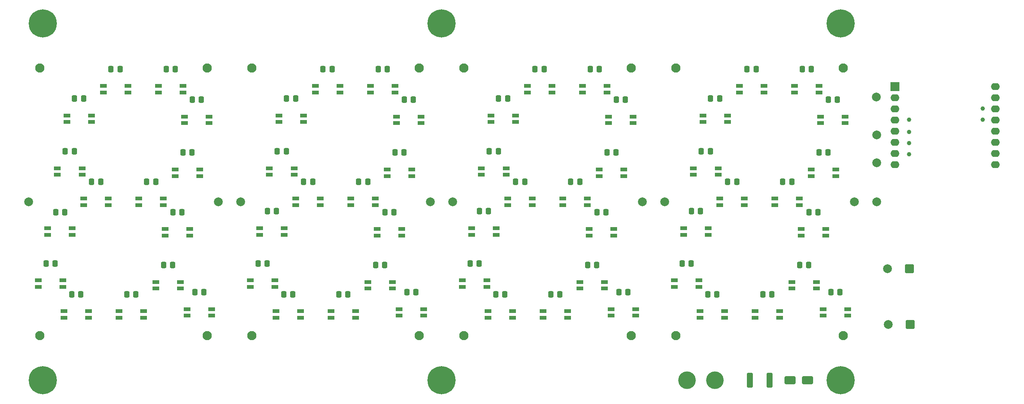
<source format=gbr>
%TF.GenerationSoftware,KiCad,Pcbnew,9.0.4*%
%TF.CreationDate,2025-08-31T21:09:01+02:00*%
%TF.ProjectId,n-teller-xl-diy,6e2d7465-6c6c-4657-922d-786c2d646979,1.0*%
%TF.SameCoordinates,Original*%
%TF.FileFunction,Soldermask,Bot*%
%TF.FilePolarity,Negative*%
%FSLAX46Y46*%
G04 Gerber Fmt 4.6, Leading zero omitted, Abs format (unit mm)*
G04 Created by KiCad (PCBNEW 9.0.4) date 2025-08-31 21:09:01*
%MOMM*%
%LPD*%
G01*
G04 APERTURE LIST*
G04 Aperture macros list*
%AMRoundRect*
0 Rectangle with rounded corners*
0 $1 Rounding radius*
0 $2 $3 $4 $5 $6 $7 $8 $9 X,Y pos of 4 corners*
0 Add a 4 corners polygon primitive as box body*
4,1,4,$2,$3,$4,$5,$6,$7,$8,$9,$2,$3,0*
0 Add four circle primitives for the rounded corners*
1,1,$1+$1,$2,$3*
1,1,$1+$1,$4,$5*
1,1,$1+$1,$6,$7*
1,1,$1+$1,$8,$9*
0 Add four rect primitives between the rounded corners*
20,1,$1+$1,$2,$3,$4,$5,0*
20,1,$1+$1,$4,$5,$6,$7,0*
20,1,$1+$1,$6,$7,$8,$9,0*
20,1,$1+$1,$8,$9,$2,$3,0*%
G04 Aperture macros list end*
%ADD10C,2.100000*%
%ADD11RoundRect,0.250000X0.750000X0.750000X-0.750000X0.750000X-0.750000X-0.750000X0.750000X-0.750000X0*%
%ADD12C,2.000000*%
%ADD13C,0.800000*%
%ADD14C,6.400000*%
%ADD15R,2.000000X2.000000*%
%ADD16O,2.000000X1.600000*%
%ADD17RoundRect,0.250000X-0.337500X-0.475000X0.337500X-0.475000X0.337500X0.475000X-0.337500X0.475000X0*%
%ADD18R,1.600000X0.820000*%
%ADD19C,4.000000*%
%ADD20C,1.000000*%
%ADD21RoundRect,0.250000X-1.000000X-0.650000X1.000000X-0.650000X1.000000X0.650000X-1.000000X0.650000X0*%
%ADD22RoundRect,0.250000X-0.400000X-1.450000X0.400000X-1.450000X0.400000X1.450000X-0.400000X1.450000X0*%
G04 APERTURE END LIST*
D10*
%TO.C,M4*%
X-91440000Y30480000D03*
X-91440000Y-30480000D03*
X-53340000Y30480000D03*
X-53340000Y-30480000D03*
%TD*%
D11*
%TO.C,C1*%
X106507677Y-15240000D03*
D12*
X101507677Y-15240000D03*
%TD*%
D13*
%TO.C,H5*%
X-2400000Y-40640000D03*
X-1697056Y-38942944D03*
X-1697056Y-42337056D03*
X0Y-38240000D03*
D14*
X0Y-40640000D03*
D13*
X0Y-43040000D03*
X1697056Y-38942944D03*
X1697056Y-42337056D03*
X2400000Y-40640000D03*
%TD*%
D15*
%TO.C,U1*%
X103144000Y26307687D03*
D16*
X103144000Y23767687D03*
X103144000Y21227687D03*
X103144000Y18687687D03*
X103144000Y16147687D03*
X103144000Y13607687D03*
X103144000Y11067687D03*
X103144000Y8527687D03*
X126004000Y8527687D03*
X126004000Y11067687D03*
X126004000Y13607687D03*
X126004000Y16147687D03*
X126004000Y18687687D03*
X126004000Y21227687D03*
X126004000Y23767687D03*
X126004000Y26307687D03*
%TD*%
D10*
%TO.C,M2*%
X5080000Y30480000D03*
X5080000Y-30480000D03*
X43180000Y30480000D03*
X43180000Y-30480000D03*
%TD*%
D13*
%TO.C,H3*%
X-93205000Y40640000D03*
X-92502056Y42337056D03*
X-92502056Y38942944D03*
X-90805000Y43040000D03*
D14*
X-90805000Y40640000D03*
D13*
X-90805000Y38240000D03*
X-89107944Y42337056D03*
X-89107944Y38942944D03*
X-88405000Y40640000D03*
%TD*%
D10*
%TO.C,M1*%
X53340000Y30480000D03*
X53340000Y-30480000D03*
X91440000Y30480000D03*
X91440000Y-30480000D03*
%TD*%
D11*
%TO.C,C2*%
X106680000Y-27940000D03*
D12*
X101680000Y-27940000D03*
%TD*%
D13*
%TO.C,H1*%
X88405000Y-40640000D03*
X89107944Y-38942944D03*
X89107944Y-42337056D03*
X90805000Y-38240000D03*
D14*
X90805000Y-40640000D03*
D13*
X90805000Y-43040000D03*
X92502056Y-38942944D03*
X92502056Y-42337056D03*
X93205000Y-40640000D03*
%TD*%
D10*
%TO.C,M3*%
X-43180000Y30480000D03*
X-43180000Y-30480000D03*
X-5080000Y30480000D03*
X-5080000Y-30480000D03*
%TD*%
D13*
%TO.C,H2*%
X-93205000Y-40640000D03*
X-92502056Y-38942944D03*
X-92502056Y-42337056D03*
X-90805000Y-38240000D03*
D14*
X-90805000Y-40640000D03*
D13*
X-90805000Y-43040000D03*
X-89107944Y-38942944D03*
X-89107944Y-42337056D03*
X-88405000Y-40640000D03*
%TD*%
%TO.C,H6*%
X-2400000Y40640000D03*
X-1697056Y42337056D03*
X-1697056Y38942944D03*
X0Y43040000D03*
D14*
X0Y40640000D03*
D13*
X0Y38240000D03*
X1697056Y42337056D03*
X1697056Y38942944D03*
X2400000Y40640000D03*
%TD*%
D12*
%TO.C,TP1*%
X99060000Y8890000D03*
%TD*%
D17*
%TO.C,C15*%
X69512500Y30250000D03*
X71587500Y30250000D03*
%TD*%
%TO.C,C59*%
X-79697500Y4600000D03*
X-77622500Y4600000D03*
%TD*%
%TO.C,C44*%
X-14447500Y30250000D03*
X-12372500Y30250000D03*
%TD*%
D18*
%TO.C,D2DP1*%
X38570000Y-24410000D03*
X38570000Y-25910000D03*
X44170000Y-25910000D03*
X44170000Y-24410000D03*
%TD*%
D12*
%TO.C,TP20*%
X99060000Y0D03*
%TD*%
D17*
%TO.C,C5*%
X77622500Y4600000D03*
X79697500Y4600000D03*
%TD*%
%TO.C,C14*%
X73102500Y-21050000D03*
X75177500Y-21050000D03*
%TD*%
%TO.C,C52*%
X-85687500Y11530000D03*
X-83612500Y11530000D03*
%TD*%
D18*
%TO.C,D1E2*%
X52980000Y-17850000D03*
X52980000Y-19350000D03*
X58580000Y-19350000D03*
X58580000Y-17850000D03*
%TD*%
%TO.C,D1E1*%
X55070000Y-5970000D03*
X55070000Y-7470000D03*
X60670000Y-7470000D03*
X60670000Y-5970000D03*
%TD*%
%TO.C,D3C2*%
X-16790000Y-18230000D03*
X-16790000Y-19730000D03*
X-11190000Y-19730000D03*
X-11190000Y-18230000D03*
%TD*%
%TO.C,D3C1*%
X-14670000Y-6190000D03*
X-14670000Y-7690000D03*
X-9070000Y-7690000D03*
X-9070000Y-6190000D03*
%TD*%
D17*
%TO.C,C27*%
X29362500Y4600000D03*
X31437500Y4600000D03*
%TD*%
%TO.C,C29*%
X10832500Y11530000D03*
X12907500Y11530000D03*
%TD*%
D18*
%TO.C,D3B2*%
X-12410000Y7400000D03*
X-12410000Y5900000D03*
X-6810000Y5900000D03*
X-6810000Y7400000D03*
%TD*%
D17*
%TO.C,C62*%
X-84227500Y-21050000D03*
X-82152500Y-21050000D03*
%TD*%
%TO.C,C45*%
X-10647500Y11250000D03*
X-8572500Y11250000D03*
%TD*%
D19*
%TO.C,TP3*%
X62230000Y-40640000D03*
%TD*%
D18*
%TO.C,D4G1*%
X-81460000Y750000D03*
X-81460000Y-750000D03*
X-75860000Y-750000D03*
X-75860000Y750000D03*
%TD*%
D20*
%TO.C,TP6*%
X106375000Y18754937D03*
%TD*%
D17*
%TO.C,C60*%
X-87847500Y-2307350D03*
X-85772500Y-2307350D03*
%TD*%
%TO.C,C55*%
X-67157500Y4600000D03*
X-65082500Y4600000D03*
%TD*%
D12*
%TO.C,TP8*%
X99060000Y15240000D03*
%TD*%
D17*
%TO.C,C11*%
X85872500Y11250000D03*
X87947500Y11250000D03*
%TD*%
D18*
%TO.C,D3F1*%
X-37070000Y19700000D03*
X-37070000Y18200000D03*
X-31470000Y18200000D03*
X-31470000Y19700000D03*
%TD*%
%TO.C,D4F1*%
X-85330000Y19700000D03*
X-85330000Y18200000D03*
X-79730000Y18200000D03*
X-79730000Y19700000D03*
%TD*%
D17*
%TO.C,C48*%
X-18897500Y4600000D03*
X-16822500Y4600000D03*
%TD*%
D18*
%TO.C,D2D1*%
X10530000Y-24900000D03*
X10530000Y-26400000D03*
X16130000Y-26400000D03*
X16130000Y-24900000D03*
%TD*%
D17*
%TO.C,C49*%
X-58907500Y11250000D03*
X-56832500Y11250000D03*
%TD*%
%TO.C,C50*%
X-56797500Y23290000D03*
X-54722500Y23290000D03*
%TD*%
D12*
%TO.C,TP17*%
X50800000Y0D03*
%TD*%
D21*
%TO.C,D6*%
X79280000Y-40640000D03*
X83280000Y-40640000D03*
%TD*%
D18*
%TO.C,D4A2*%
X-64470000Y26400000D03*
X-64470000Y24900000D03*
X-58870000Y24900000D03*
X-58870000Y26400000D03*
%TD*%
%TO.C,D1A2*%
X80310000Y26400000D03*
X80310000Y24900000D03*
X85910000Y24900000D03*
X85910000Y26400000D03*
%TD*%
%TO.C,D4B1*%
X-58560000Y19440000D03*
X-58560000Y17940000D03*
X-52960000Y17940000D03*
X-52960000Y19440000D03*
%TD*%
D17*
%TO.C,C4*%
X87982500Y23290000D03*
X90057500Y23290000D03*
%TD*%
D18*
%TO.C,D2B1*%
X37960000Y19440000D03*
X37960000Y17940000D03*
X43560000Y17940000D03*
X43560000Y19440000D03*
%TD*%
%TO.C,D3A1*%
X-28770000Y26400000D03*
X-28770000Y24900000D03*
X-23170000Y24900000D03*
X-23170000Y26400000D03*
%TD*%
D17*
%TO.C,C6*%
X65082500Y4600000D03*
X67157500Y4600000D03*
%TD*%
D18*
%TO.C,D3A2*%
X-16210000Y26400000D03*
X-16210000Y24900000D03*
X-10610000Y24900000D03*
X-10610000Y26400000D03*
%TD*%
D17*
%TO.C,C37*%
X-37427500Y11530000D03*
X-35352500Y11530000D03*
%TD*%
%TO.C,C63*%
X-90037500Y-14000000D03*
X-87962500Y-14000000D03*
%TD*%
D18*
%TO.C,D2C2*%
X31470000Y-18230000D03*
X31470000Y-19730000D03*
X37070000Y-19730000D03*
X37070000Y-18230000D03*
%TD*%
D17*
%TO.C,C25*%
X12292500Y-21050000D03*
X14367500Y-21050000D03*
%TD*%
D18*
%TO.C,D3E2*%
X-43540000Y-17850000D03*
X-43540000Y-19350000D03*
X-37940000Y-19350000D03*
X-37940000Y-17850000D03*
%TD*%
%TO.C,D2G2*%
X27600000Y750000D03*
X27600000Y-750000D03*
X33200000Y-750000D03*
X33200000Y750000D03*
%TD*%
D17*
%TO.C,C54*%
X-75267500Y30250000D03*
X-73192500Y30250000D03*
%TD*%
D12*
%TO.C,TP14*%
X45720000Y0D03*
%TD*%
D18*
%TO.C,D4D1*%
X-85990000Y-24900000D03*
X-85990000Y-26400000D03*
X-80390000Y-26400000D03*
X-80390000Y-24900000D03*
%TD*%
D17*
%TO.C,C9*%
X61212500Y23550000D03*
X63287500Y23550000D03*
%TD*%
%TO.C,C51*%
X-62707500Y30250000D03*
X-60632500Y30250000D03*
%TD*%
D18*
%TO.C,D3D2*%
X-25180000Y-24900000D03*
X-25180000Y-26400000D03*
X-19580000Y-26400000D03*
X-19580000Y-24900000D03*
%TD*%
%TO.C,D3D1*%
X-37730000Y-24900000D03*
X-37730000Y-26400000D03*
X-32130000Y-26400000D03*
X-32130000Y-24900000D03*
%TD*%
D17*
%TO.C,C16*%
X54742500Y-14000000D03*
X56817500Y-14000000D03*
%TD*%
%TO.C,C7*%
X88592500Y-20560000D03*
X90667500Y-20560000D03*
%TD*%
D18*
%TO.C,D1C2*%
X79730000Y-18230000D03*
X79730000Y-19730000D03*
X85330000Y-19730000D03*
X85330000Y-18230000D03*
%TD*%
%TO.C,D1C1*%
X81850000Y-6190000D03*
X81850000Y-7690000D03*
X87450000Y-7690000D03*
X87450000Y-6190000D03*
%TD*%
D20*
%TO.C,TP11*%
X106377000Y10882937D03*
%TD*%
D18*
%TO.C,D2A2*%
X32050000Y26400000D03*
X32050000Y24900000D03*
X37650000Y24900000D03*
X37650000Y26400000D03*
%TD*%
%TO.C,D4E2*%
X-91800000Y-17850000D03*
X-91800000Y-19350000D03*
X-86200000Y-19350000D03*
X-86200000Y-17850000D03*
%TD*%
D17*
%TO.C,C26*%
X40332500Y-20560000D03*
X42407500Y-20560000D03*
%TD*%
D18*
%TO.C,D4C1*%
X-62930000Y-6190000D03*
X-62930000Y-7690000D03*
X-57330000Y-7690000D03*
X-57330000Y-6190000D03*
%TD*%
D17*
%TO.C,C38*%
X-27007500Y30250000D03*
X-24932500Y30250000D03*
%TD*%
%TO.C,C22*%
X16822500Y4600000D03*
X18897500Y4600000D03*
%TD*%
D18*
%TO.C,D4G2*%
X-68920000Y750000D03*
X-68920000Y-750000D03*
X-63320000Y-750000D03*
X-63320000Y750000D03*
%TD*%
%TO.C,D1B2*%
X84110000Y7400000D03*
X84110000Y5900000D03*
X89710000Y5900000D03*
X89710000Y7400000D03*
%TD*%
%TO.C,D4B2*%
X-60670000Y7400000D03*
X-60670000Y5900000D03*
X-55070000Y5900000D03*
X-55070000Y7400000D03*
%TD*%
%TO.C,D2E2*%
X4720000Y-17850000D03*
X4720000Y-19350000D03*
X10320000Y-19350000D03*
X10320000Y-17850000D03*
%TD*%
D17*
%TO.C,C42*%
X-31437500Y4600000D03*
X-29362500Y4600000D03*
%TD*%
D22*
%TO.C,F1*%
X70165000Y-40640000D03*
X74615000Y-40640000D03*
%TD*%
D18*
%TO.C,D3F2*%
X-39190000Y7680000D03*
X-39190000Y6180000D03*
X-33590000Y6180000D03*
X-33590000Y7680000D03*
%TD*%
%TO.C,D4E1*%
X-89710000Y-5970000D03*
X-89710000Y-7470000D03*
X-84110000Y-7470000D03*
X-84110000Y-5970000D03*
%TD*%
D12*
%TO.C,TP18*%
X2540000Y0D03*
%TD*%
D17*
%TO.C,C31*%
X24842500Y-21050000D03*
X26917500Y-21050000D03*
%TD*%
%TO.C,C46*%
X-7927500Y-20560000D03*
X-5852500Y-20560000D03*
%TD*%
D18*
%TO.C,D3DP1*%
X-9690000Y-24410000D03*
X-9690000Y-25910000D03*
X-4090000Y-25910000D03*
X-4090000Y-24410000D03*
%TD*%
D17*
%TO.C,C53*%
X-83567500Y23550000D03*
X-81492500Y23550000D03*
%TD*%
%TO.C,C57*%
X-63287500Y-14380000D03*
X-61212500Y-14380000D03*
%TD*%
%TO.C,C61*%
X-56187500Y-20560000D03*
X-54112500Y-20560000D03*
%TD*%
%TO.C,C32*%
X33232500Y-14380000D03*
X35307500Y-14380000D03*
%TD*%
D18*
%TO.C,D4F2*%
X-87450000Y7680000D03*
X-87450000Y6180000D03*
X-81850000Y6180000D03*
X-81850000Y7680000D03*
%TD*%
%TO.C,D2F1*%
X11190000Y19700000D03*
X11190000Y18200000D03*
X16790000Y18200000D03*
X16790000Y19700000D03*
%TD*%
D20*
%TO.C,TP7*%
X106375000Y15962937D03*
%TD*%
D18*
%TO.C,D4A1*%
X-77030000Y26400000D03*
X-77030000Y24900000D03*
X-71430000Y24900000D03*
X-71430000Y26400000D03*
%TD*%
D17*
%TO.C,C33*%
X35352500Y-2340000D03*
X37427500Y-2340000D03*
%TD*%
%TO.C,C58*%
X-71677500Y-21050000D03*
X-69602500Y-21050000D03*
%TD*%
D19*
%TO.C,TP10*%
X55880000Y-40640000D03*
%TD*%
D17*
%TO.C,C41*%
X-35967500Y-21050000D03*
X-33892500Y-21050000D03*
%TD*%
%TO.C,C12*%
X81492500Y-14380000D03*
X83567500Y-14380000D03*
%TD*%
D18*
%TO.C,D2B2*%
X35850000Y7400000D03*
X35850000Y5900000D03*
X41450000Y5900000D03*
X41450000Y7400000D03*
%TD*%
%TO.C,D1F2*%
X57330000Y7680000D03*
X57330000Y6180000D03*
X62930000Y6180000D03*
X62930000Y7680000D03*
%TD*%
D12*
%TO.C,TP12*%
X-93980000Y0D03*
%TD*%
D18*
%TO.C,D1A1*%
X67750000Y26400000D03*
X67750000Y24900000D03*
X73350000Y24900000D03*
X73350000Y26400000D03*
%TD*%
D20*
%TO.C,TP4*%
X123137000Y21294937D03*
%TD*%
D17*
%TO.C,C23*%
X12952500Y23550000D03*
X15027500Y23550000D03*
%TD*%
D18*
%TO.C,D3E1*%
X-41450000Y-5970000D03*
X-41450000Y-7470000D03*
X-35850000Y-7470000D03*
X-35850000Y-5970000D03*
%TD*%
%TO.C,D3G1*%
X-33200000Y750000D03*
X-33200000Y-750000D03*
X-27600000Y-750000D03*
X-27600000Y750000D03*
%TD*%
%TO.C,D1D2*%
X71340000Y-24900000D03*
X71340000Y-26400000D03*
X76940000Y-26400000D03*
X76940000Y-24900000D03*
%TD*%
D12*
%TO.C,TP2*%
X98931000Y23868313D03*
%TD*%
D18*
%TO.C,D4C2*%
X-65050000Y-18230000D03*
X-65050000Y-19730000D03*
X-59450000Y-19730000D03*
X-59450000Y-18230000D03*
%TD*%
D17*
%TO.C,C8*%
X83612500Y-2340000D03*
X85687500Y-2340000D03*
%TD*%
D18*
%TO.C,D2F2*%
X9070000Y7680000D03*
X9070000Y6180000D03*
X14670000Y6180000D03*
X14670000Y7680000D03*
%TD*%
D17*
%TO.C,C34*%
X-23417500Y-21050000D03*
X-21342500Y-21050000D03*
%TD*%
D18*
%TO.C,D3B1*%
X-10300000Y19440000D03*
X-10300000Y17940000D03*
X-4700000Y17940000D03*
X-4700000Y19440000D03*
%TD*%
%TO.C,D2C1*%
X33590000Y-6190000D03*
X33590000Y-7690000D03*
X39190000Y-7690000D03*
X39190000Y-6190000D03*
%TD*%
D17*
%TO.C,C19*%
X8572500Y-2120000D03*
X10647500Y-2120000D03*
%TD*%
%TO.C,C21*%
X37612500Y11250000D03*
X39687500Y11250000D03*
%TD*%
D18*
%TO.C,D2G1*%
X15060000Y750000D03*
X15060000Y-750000D03*
X20660000Y-750000D03*
X20660000Y750000D03*
%TD*%
D17*
%TO.C,C43*%
X-35307500Y23550000D03*
X-33232500Y23550000D03*
%TD*%
D18*
%TO.C,D2E1*%
X6810000Y-5970000D03*
X6810000Y-7470000D03*
X12410000Y-7470000D03*
X12410000Y-5970000D03*
%TD*%
%TO.C,D1G2*%
X75860000Y750000D03*
X75860000Y-750000D03*
X81460000Y-750000D03*
X81460000Y750000D03*
%TD*%
%TO.C,D3G2*%
X-20660000Y750000D03*
X-20660000Y-750000D03*
X-15060000Y-750000D03*
X-15060000Y750000D03*
%TD*%
D20*
%TO.C,TP9*%
X106377000Y13420937D03*
%TD*%
D17*
%TO.C,C39*%
X-8537500Y23290000D03*
X-6462500Y23290000D03*
%TD*%
D18*
%TO.C,D2A1*%
X19490000Y26400000D03*
X19490000Y24900000D03*
X25090000Y24900000D03*
X25090000Y26400000D03*
%TD*%
D17*
%TO.C,C56*%
X-61167500Y-2340000D03*
X-59092500Y-2340000D03*
%TD*%
D12*
%TO.C,TP19*%
X-45720000Y0D03*
%TD*%
D17*
%TO.C,C24*%
X21252500Y30250000D03*
X23327500Y30250000D03*
%TD*%
%TO.C,C30*%
X33812500Y30250000D03*
X35887500Y30250000D03*
%TD*%
D18*
%TO.C,D4DP1*%
X-57950000Y-24410000D03*
X-57950000Y-25910000D03*
X-52350000Y-25910000D03*
X-52350000Y-24410000D03*
%TD*%
D17*
%TO.C,C20*%
X6482500Y-14000000D03*
X8557500Y-14000000D03*
%TD*%
D13*
%TO.C,H4*%
X88405000Y40640000D03*
X89107944Y42337056D03*
X89107944Y38942944D03*
X90805000Y43040000D03*
D14*
X90805000Y40640000D03*
D13*
X90805000Y38240000D03*
X92502056Y42337056D03*
X92502056Y38942944D03*
X93205000Y40640000D03*
%TD*%
D17*
%TO.C,C3*%
X59092500Y11530000D03*
X61167500Y11530000D03*
%TD*%
%TO.C,C40*%
X-15027500Y-14380000D03*
X-12952500Y-14380000D03*
%TD*%
D20*
%TO.C,TP5*%
X123137000Y18756937D03*
%TD*%
D18*
%TO.C,D4D2*%
X-73440000Y-24900000D03*
X-73440000Y-26400000D03*
X-67840000Y-26400000D03*
X-67840000Y-24900000D03*
%TD*%
D17*
%TO.C,C13*%
X82072500Y30250000D03*
X84147500Y30250000D03*
%TD*%
D18*
%TO.C,D1F1*%
X59450000Y19700000D03*
X59450000Y18200000D03*
X65050000Y18200000D03*
X65050000Y19700000D03*
%TD*%
%TO.C,D2D2*%
X23080000Y-24900000D03*
X23080000Y-26400000D03*
X28680000Y-26400000D03*
X28680000Y-24900000D03*
%TD*%
D12*
%TO.C,TP15*%
X-2540000Y0D03*
%TD*%
D17*
%TO.C,C10*%
X60552500Y-21050000D03*
X62627500Y-21050000D03*
%TD*%
D18*
%TO.C,D1D1*%
X58790000Y-24900000D03*
X58790000Y-26400000D03*
X64390000Y-26400000D03*
X64390000Y-24900000D03*
%TD*%
D17*
%TO.C,C47*%
X-12907500Y-2340000D03*
X-10832500Y-2340000D03*
%TD*%
D12*
%TO.C,TP13*%
X93980000Y0D03*
%TD*%
D17*
%TO.C,C36*%
X-39687500Y-2120000D03*
X-37612500Y-2120000D03*
%TD*%
D18*
%TO.C,D1B1*%
X86220000Y19440000D03*
X86220000Y17940000D03*
X91820000Y17940000D03*
X91820000Y19440000D03*
%TD*%
D17*
%TO.C,C28*%
X39722500Y23290000D03*
X41797500Y23290000D03*
%TD*%
%TO.C,C17*%
X56832500Y-2120000D03*
X58907500Y-2120000D03*
%TD*%
%TO.C,C35*%
X-41777500Y-14000000D03*
X-39702500Y-14000000D03*
%TD*%
D12*
%TO.C,TP16*%
X-50800000Y0D03*
%TD*%
D18*
%TO.C,D1DP1*%
X86830000Y-24410000D03*
X86830000Y-25910000D03*
X92430000Y-25910000D03*
X92430000Y-24410000D03*
%TD*%
%TO.C,D1G1*%
X63320000Y750000D03*
X63320000Y-750000D03*
X68920000Y-750000D03*
X68920000Y750000D03*
%TD*%
M02*

</source>
